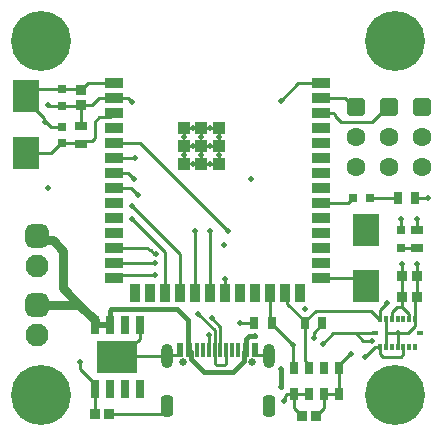
<source format=gtl>
G04*
G04 #@! TF.GenerationSoftware,Altium Limited,Altium Designer,24.1.2 (44)*
G04*
G04 Layer_Physical_Order=1*
G04 Layer_Color=255*
%FSLAX25Y25*%
%MOIN*%
G70*
G04*
G04 #@! TF.SameCoordinates,BB4A674F-8819-4941-915F-785A2CCA7B01*
G04*
G04*
G04 #@! TF.FilePolarity,Positive*
G04*
G01*
G75*
%ADD16R,0.03543X0.05906*%
%ADD17R,0.05906X0.03543*%
%ADD18R,0.03937X0.03937*%
%ADD19R,0.08661X0.11024*%
%ADD20R,0.02362X0.04528*%
%ADD21R,0.01181X0.04528*%
%ADD22R,0.03937X0.03150*%
%ADD23R,0.03150X0.03150*%
%ADD24R,0.13386X0.10669*%
%ADD25R,0.02559X0.06004*%
%ADD26R,0.03740X0.03740*%
%ADD27R,0.03740X0.03740*%
G04:AMPARAMS|DCode=28|XSize=29.92mil|YSize=26mil|CornerRadius=3.25mil|HoleSize=0mil|Usage=FLASHONLY|Rotation=180.000|XOffset=0mil|YOffset=0mil|HoleType=Round|Shape=RoundedRectangle|*
%AMROUNDEDRECTD28*
21,1,0.02992,0.01950,0,0,180.0*
21,1,0.02342,0.02600,0,0,180.0*
1,1,0.00650,-0.01171,0.00975*
1,1,0.00650,0.01171,0.00975*
1,1,0.00650,0.01171,-0.00975*
1,1,0.00650,-0.01171,-0.00975*
%
%ADD28ROUNDEDRECTD28*%
%ADD29R,0.03150X0.03937*%
%ADD30R,0.03150X0.03150*%
G04:AMPARAMS|DCode=31|XSize=13.78mil|YSize=22.84mil|CornerRadius=3.45mil|HoleSize=0mil|Usage=FLASHONLY|Rotation=180.000|XOffset=0mil|YOffset=0mil|HoleType=Round|Shape=RoundedRectangle|*
%AMROUNDEDRECTD31*
21,1,0.01378,0.01595,0,0,180.0*
21,1,0.00689,0.02284,0,0,180.0*
1,1,0.00689,-0.00345,0.00797*
1,1,0.00689,0.00345,0.00797*
1,1,0.00689,0.00345,-0.00797*
1,1,0.00689,-0.00345,-0.00797*
%
%ADD31ROUNDEDRECTD31*%
G04:AMPARAMS|DCode=32|XSize=13.78mil|YSize=22.84mil|CornerRadius=3.45mil|HoleSize=0mil|Usage=FLASHONLY|Rotation=270.000|XOffset=0mil|YOffset=0mil|HoleType=Round|Shape=RoundedRectangle|*
%AMROUNDEDRECTD32*
21,1,0.01378,0.01595,0,0,270.0*
21,1,0.00689,0.02284,0,0,270.0*
1,1,0.00689,-0.00797,-0.00345*
1,1,0.00689,-0.00797,0.00345*
1,1,0.00689,0.00797,0.00345*
1,1,0.00689,0.00797,-0.00345*
%
%ADD32ROUNDEDRECTD32*%
G04:AMPARAMS|DCode=33|XSize=23.62mil|YSize=43.31mil|CornerRadius=2.36mil|HoleSize=0mil|Usage=FLASHONLY|Rotation=180.000|XOffset=0mil|YOffset=0mil|HoleType=Round|Shape=RoundedRectangle|*
%AMROUNDEDRECTD33*
21,1,0.02362,0.03858,0,0,180.0*
21,1,0.01890,0.04331,0,0,180.0*
1,1,0.00472,-0.00945,0.01929*
1,1,0.00472,0.00945,0.01929*
1,1,0.00472,0.00945,-0.01929*
1,1,0.00472,-0.00945,-0.01929*
%
%ADD33ROUNDEDRECTD33*%
%ADD59C,0.01000*%
%ADD60C,0.01500*%
%ADD61C,0.03000*%
%ADD62C,0.02000*%
%ADD63C,0.02000*%
G04:AMPARAMS|DCode=64|XSize=70.87mil|YSize=39.37mil|CornerRadius=9.84mil|HoleSize=0mil|Usage=FLASHONLY|Rotation=90.000|XOffset=0mil|YOffset=0mil|HoleType=Round|Shape=RoundedRectangle|*
%AMROUNDEDRECTD64*
21,1,0.07087,0.01968,0,0,90.0*
21,1,0.05118,0.03937,0,0,90.0*
1,1,0.01968,0.00984,0.02559*
1,1,0.01968,0.00984,-0.02559*
1,1,0.01968,-0.00984,-0.02559*
1,1,0.01968,-0.00984,0.02559*
%
%ADD64ROUNDEDRECTD64*%
%ADD65O,0.03937X0.08268*%
%ADD66C,0.02559*%
G04:AMPARAMS|DCode=67|XSize=76.77mil|YSize=76.77mil|CornerRadius=19.19mil|HoleSize=0mil|Usage=FLASHONLY|Rotation=270.000|XOffset=0mil|YOffset=0mil|HoleType=Round|Shape=RoundedRectangle|*
%AMROUNDEDRECTD67*
21,1,0.07677,0.03839,0,0,270.0*
21,1,0.03839,0.07677,0,0,270.0*
1,1,0.03839,-0.01919,-0.01919*
1,1,0.03839,-0.01919,0.01919*
1,1,0.03839,0.01919,0.01919*
1,1,0.03839,0.01919,-0.01919*
%
%ADD67ROUNDEDRECTD67*%
%ADD68C,0.07677*%
G04:AMPARAMS|DCode=69|XSize=62.99mil|YSize=62.99mil|CornerRadius=15.75mil|HoleSize=0mil|Usage=FLASHONLY|Rotation=270.000|XOffset=0mil|YOffset=0mil|HoleType=Round|Shape=RoundedRectangle|*
%AMROUNDEDRECTD69*
21,1,0.06299,0.03150,0,0,270.0*
21,1,0.03150,0.06299,0,0,270.0*
1,1,0.03150,-0.01575,-0.01575*
1,1,0.03150,-0.01575,0.01575*
1,1,0.03150,0.01575,0.01575*
1,1,0.03150,0.01575,-0.01575*
%
%ADD69ROUNDEDRECTD69*%
%ADD70C,0.06299*%
%ADD71C,0.20000*%
D16*
X101500Y49000D02*
D03*
X96500D02*
D03*
X91500D02*
D03*
X86500D02*
D03*
X81500D02*
D03*
X76500D02*
D03*
X71500D02*
D03*
X66500D02*
D03*
X61500D02*
D03*
X56500D02*
D03*
X51500D02*
D03*
X46500D02*
D03*
D17*
X108449Y118921D02*
D03*
Y113921D02*
D03*
Y108921D02*
D03*
Y103921D02*
D03*
Y98921D02*
D03*
Y93921D02*
D03*
Y88921D02*
D03*
Y83921D02*
D03*
Y78921D02*
D03*
Y73921D02*
D03*
Y68921D02*
D03*
Y63921D02*
D03*
Y58921D02*
D03*
Y53921D02*
D03*
X39551D02*
D03*
Y58921D02*
D03*
Y63921D02*
D03*
Y68921D02*
D03*
Y73921D02*
D03*
Y78921D02*
D03*
Y83921D02*
D03*
Y88921D02*
D03*
Y93921D02*
D03*
Y98921D02*
D03*
Y103921D02*
D03*
Y108921D02*
D03*
Y113921D02*
D03*
Y118921D02*
D03*
D18*
X74551Y103764D02*
D03*
X68646D02*
D03*
X62740D02*
D03*
X74551Y91953D02*
D03*
X68646D02*
D03*
X62740D02*
D03*
X74551Y97858D02*
D03*
X62740D02*
D03*
X68646D02*
D03*
D19*
X123500Y69949D02*
D03*
Y51051D02*
D03*
X10000Y95551D02*
D03*
Y114449D02*
D03*
D20*
X61402Y30039D02*
D03*
X86598D02*
D03*
X64551D02*
D03*
X83449D02*
D03*
D21*
X74984D02*
D03*
X73016D02*
D03*
X76953D02*
D03*
X78921D02*
D03*
X80890D02*
D03*
X71047D02*
D03*
X69079D02*
D03*
X67110D02*
D03*
D22*
X140500Y64047D02*
D03*
Y69953D02*
D03*
X28500Y98547D02*
D03*
Y104453D02*
D03*
D23*
X135000Y64047D02*
D03*
Y69953D02*
D03*
D24*
X40500Y27500D02*
D03*
D25*
X33000Y38177D02*
D03*
X38000D02*
D03*
X43000D02*
D03*
X48000D02*
D03*
Y16823D02*
D03*
X43000D02*
D03*
X38000D02*
D03*
X33000D02*
D03*
D26*
X33039Y8500D02*
D03*
X37961D02*
D03*
X135539Y47500D02*
D03*
X140461D02*
D03*
X102039Y8000D02*
D03*
X106961D02*
D03*
X135539Y54500D02*
D03*
X140461D02*
D03*
D27*
X28500Y116461D02*
D03*
Y111539D02*
D03*
D28*
X22000Y111244D02*
D03*
Y116756D02*
D03*
Y98744D02*
D03*
Y104256D02*
D03*
D29*
X134047Y80500D02*
D03*
X139953D02*
D03*
X92000Y39000D02*
D03*
X86094D02*
D03*
X103047D02*
D03*
X108953D02*
D03*
D30*
X119047Y80500D02*
D03*
X124953D02*
D03*
D31*
X139906Y30933D02*
D03*
X137937D02*
D03*
X135968D02*
D03*
X134000D02*
D03*
X132032D02*
D03*
X130063D02*
D03*
X128094D02*
D03*
Y40067D02*
D03*
X130063D02*
D03*
X132032D02*
D03*
X134000D02*
D03*
X135968D02*
D03*
X137937D02*
D03*
X139906D02*
D03*
D32*
X126480Y35500D02*
D03*
X141520D02*
D03*
D33*
X99618Y23831D02*
D03*
X104539D02*
D03*
X109461D02*
D03*
X114382D02*
D03*
Y15169D02*
D03*
X109461D02*
D03*
X104539D02*
D03*
X99618D02*
D03*
D59*
X120000Y35500D02*
X126480D01*
X112500D02*
X120000D01*
X122500Y33000D01*
X125500D01*
X128094Y40520D02*
Y43095D01*
Y40067D02*
Y40520D01*
Y43095D02*
X130500Y45500D01*
X123000Y27500D02*
X126433Y30933D01*
X128094D01*
X132032Y42469D02*
X133693Y44130D01*
X135539D01*
X132032Y40067D02*
Y42469D01*
X133782Y35500D02*
X137500D01*
X130063D02*
X133782D01*
X134000Y30933D02*
Y35282D01*
X133782Y35500D02*
X134000Y35282D01*
X139906Y37905D02*
Y40067D01*
X137500Y35500D02*
X139906Y37905D01*
X51863Y63096D02*
X52959Y62000D01*
X51326Y63096D02*
X51863D01*
X52959Y62000D02*
X53500D01*
X50500Y63921D02*
X51326Y63096D01*
X45500Y73500D02*
X56500Y62500D01*
X61500Y49000D02*
Y62000D01*
X45500Y78000D02*
X61500Y62000D01*
X56500Y49000D02*
Y62500D01*
X45079Y83921D02*
X47500Y81500D01*
X39551Y83921D02*
X45079D01*
X39551Y63921D02*
X50500D01*
X40630Y55000D02*
X53000D01*
X39630Y59000D02*
X53000D01*
X96383Y14383D02*
X97169Y15169D01*
X96000Y13000D02*
X96383Y13383D01*
Y14383D01*
X67500Y42000D02*
X73016Y36484D01*
Y30039D02*
Y36484D01*
X95000Y113000D02*
X100921Y118921D01*
X108449D01*
X44079Y113921D02*
X45500Y112500D01*
X39551Y113921D02*
X44079D01*
X17756Y111244D02*
X22000D01*
X17500Y111500D02*
X17756Y111244D01*
X18645Y104256D02*
X22000D01*
X16901Y106000D02*
X18645Y104256D01*
X16500Y106000D02*
X16901D01*
X16213Y106287D02*
Y107055D01*
X10000Y113268D02*
Y114449D01*
Y113268D02*
X16213Y107055D01*
Y106287D02*
X16500Y106000D01*
X62740Y91953D02*
Y94906D01*
X68646Y97858D02*
X71598D01*
X74551D01*
X68646Y94906D02*
Y97858D01*
X74551D02*
Y100811D01*
Y103764D01*
X71598D02*
X74551D01*
X68646D02*
X71598D01*
X74551Y91953D02*
Y94906D01*
X71598Y91953D02*
X74551D01*
X68646D02*
X71598D01*
X65693D02*
X68646D01*
Y94906D01*
X62740Y97858D02*
X65693D01*
X68646D01*
Y100811D02*
Y103764D01*
X65693D02*
X68646D01*
X62740D02*
X65693D01*
X62740Y100811D02*
Y103764D01*
Y94906D02*
Y97858D01*
X28000Y23545D02*
Y26000D01*
Y23545D02*
X33000Y18545D01*
Y16823D02*
Y18545D01*
X81500Y39000D02*
X86094D01*
X106000Y35654D02*
X108953Y38606D01*
X106000Y34000D02*
Y35654D01*
X108953Y38606D02*
Y39000D01*
X97169Y15169D02*
X99618D01*
X114382Y24815D02*
X118067Y28500D01*
X118500D01*
X114382Y23831D02*
Y24815D01*
X139953Y80500D02*
X144000D01*
X140500Y69953D02*
Y73500D01*
X135000Y69953D02*
Y73500D01*
X140461Y58461D02*
X140500Y58500D01*
X135500D02*
X135539Y58461D01*
X140461Y54500D02*
Y58461D01*
X135539Y54500D02*
Y58461D01*
X140461Y47500D02*
Y54500D01*
X71500Y49000D02*
Y69500D01*
X92000Y38606D02*
X99000Y31606D01*
X39551Y93921D02*
X46421D01*
X46500Y94000D01*
X39551Y88921D02*
X44079D01*
X46000Y87000D01*
X39551Y98921D02*
X48079D01*
X77500Y69500D01*
X76500Y49000D02*
Y53500D01*
X66500Y49000D02*
Y69500D01*
X13681Y68000D02*
X15201Y66480D01*
X33000Y38177D02*
Y39900D01*
X42134Y27776D02*
X48000Y33642D01*
X42134Y27776D02*
X56992D01*
X40776D02*
X42134D01*
X40500Y27500D02*
X40776Y27776D01*
X73000Y25586D02*
X73586Y25000D01*
X73000Y25586D02*
Y30007D01*
X73586Y25000D02*
X76367D01*
X72992Y30015D02*
X73000Y30007D01*
X72992Y30015D02*
X73016Y30039D01*
X64551D02*
X65232Y29358D01*
X82776Y29366D02*
X83449Y30039D01*
X64000Y30591D02*
X64551Y30039D01*
X135968Y28468D02*
Y30933D01*
X135000Y27500D02*
X135968Y28468D01*
X129000Y27500D02*
X135000D01*
X128094Y28405D02*
Y30933D01*
Y28405D02*
X129000Y27500D01*
X132032Y40067D02*
X132220Y39878D01*
X130063Y35500D02*
Y40067D01*
Y30933D02*
Y35500D01*
X137748Y40256D02*
X137937Y40067D01*
X135539Y47500D02*
Y54500D01*
X139906Y46945D02*
X140461Y47500D01*
X139906Y40067D02*
Y46945D01*
X135539Y44130D02*
X137748Y41921D01*
Y40256D02*
Y41921D01*
X135539Y44130D02*
Y47500D01*
X103047Y39394D02*
X106653Y43000D01*
X127453Y40709D02*
X127905D01*
X125161Y43000D02*
X127453Y40709D01*
X106653Y43000D02*
X125161D01*
X127905Y40709D02*
X128094Y40520D01*
X109000Y32000D02*
X112500Y35500D01*
X103047Y26307D02*
X104520Y24835D01*
Y23850D02*
Y24835D01*
X103047Y26307D02*
Y39000D01*
X109461Y10500D02*
Y15169D01*
X106961Y8000D02*
X109461Y10500D01*
X99618Y10421D02*
Y15169D01*
Y10421D02*
X102039Y8000D01*
X114382Y15169D02*
Y23831D01*
X109461Y15169D02*
X114382D01*
X99618D02*
X104539D01*
X99000Y24449D02*
Y31606D01*
X92000Y38606D02*
Y39000D01*
X99000Y24449D02*
X99618Y23831D01*
X97308Y45133D02*
X103047Y39394D01*
X96500Y49000D02*
X97308Y48192D01*
Y45133D02*
Y48192D01*
X103047Y39000D02*
Y39394D01*
X91500Y39500D02*
Y49000D01*
Y39500D02*
X92000Y39000D01*
X56992Y10006D02*
Y11319D01*
X37961Y8500D02*
X55486D01*
X56992Y10006D01*
X33000Y8539D02*
Y16823D01*
Y8539D02*
X33039Y8500D01*
X48000Y33642D02*
Y38177D01*
X86598Y28957D02*
X87279Y28276D01*
X90508D01*
X91008Y27776D01*
X86598Y28957D02*
Y30039D01*
X60720Y28276D02*
X61402Y28957D01*
X57492Y28276D02*
X60720D01*
X56992Y27776D02*
X57492Y28276D01*
X61402Y28957D02*
Y30039D01*
X28500Y104453D02*
Y111539D01*
X28205Y111244D02*
X28500Y111539D01*
X22000Y111244D02*
X28205D01*
X34421Y113921D02*
X39551D01*
X32039Y111539D02*
X34421Y113921D01*
X28500Y111539D02*
X32039D01*
X30961Y118921D02*
X39551D01*
X28500Y116461D02*
X30961Y118921D01*
X28205Y116756D02*
X28500Y116461D01*
X22000Y116756D02*
X28205D01*
X10000Y114449D02*
X12307Y116756D01*
X22000D01*
X21804Y98744D02*
X22000D01*
X10000Y95551D02*
X18611D01*
X21804Y98744D01*
X22000D02*
X28303D01*
X28500Y98547D01*
X29575Y99622D01*
X32122D01*
X33000Y100500D01*
Y106000D01*
X34650Y107650D01*
X38280D02*
X39551Y108921D01*
X34650Y107650D02*
X38280D01*
X108449Y53921D02*
X120630D01*
X123500Y51051D01*
X135000Y64047D02*
X140500D01*
X124953Y80500D02*
X134047D01*
X108449Y78921D02*
X117469D01*
X119047Y80500D01*
X125500Y106000D02*
X130500Y111000D01*
X131000D01*
X116000Y106000D02*
X125500D01*
X113000Y108000D02*
X115086Y105914D01*
X115914D01*
X116000Y106000D01*
X108528Y109000D02*
X112414D01*
X113000Y108414D01*
Y108000D02*
Y108414D01*
X108449Y108921D02*
X108528Y109000D01*
X116497Y113921D02*
X119418Y111000D01*
X120000D01*
X108449Y113921D02*
X116497D01*
X39551Y53921D02*
X40630Y55000D01*
X39551Y58921D02*
X39630Y59000D01*
X71000Y30087D02*
X71047Y30039D01*
X71000Y30087D02*
Y35000D01*
X76367Y25000D02*
X76953Y25586D01*
Y30039D01*
X72000Y40500D02*
X74984Y37516D01*
Y30039D02*
Y37516D01*
D60*
X83449Y30039D02*
Y33449D01*
X84500Y34500D02*
X86500D01*
X83449Y33449D02*
X84500Y34500D01*
X95000Y17500D02*
Y23500D01*
X38000Y38177D02*
Y42914D01*
X38586Y43500D01*
X60500D01*
X65232Y26768D02*
X69500Y22500D01*
X79000D01*
X65232Y26768D02*
Y29358D01*
X82776Y26276D02*
Y29366D01*
X79000Y22500D02*
X82776Y26276D01*
X64000Y30591D02*
Y40000D01*
X60500Y43500D02*
X64000Y40000D01*
D61*
X27900Y45000D02*
X33000Y39900D01*
X22500Y50400D02*
X27900Y45000D01*
X15201Y66480D02*
X19020D01*
X22500Y63000D01*
Y50400D02*
Y63000D01*
X13681Y45000D02*
X27900D01*
D62*
X33000Y38177D02*
X38000D01*
D63*
X71598Y91953D02*
D03*
X65693D02*
D03*
X71598Y97858D02*
D03*
X65693D02*
D03*
X71598Y103764D02*
D03*
X65693D02*
D03*
X74551Y94906D02*
D03*
X68646D02*
D03*
X62740D02*
D03*
X74551Y100811D02*
D03*
X62740D02*
D03*
X68646D02*
D03*
X134000Y35500D02*
D03*
X130500Y45500D02*
D03*
X125500Y33000D02*
D03*
X123000Y27500D02*
D03*
X53500Y62000D02*
D03*
X45500Y73500D02*
D03*
Y78000D02*
D03*
X47500Y81500D02*
D03*
X53000Y55000D02*
D03*
Y59000D02*
D03*
X96000Y13000D02*
D03*
X86500Y34500D02*
D03*
X67500Y42000D02*
D03*
X95000Y113000D02*
D03*
X76000Y65000D02*
D03*
X17500Y84000D02*
D03*
X45500Y112500D02*
D03*
X17500Y111500D02*
D03*
X16500Y106000D02*
D03*
X85000Y87000D02*
D03*
X28000Y26000D02*
D03*
X81500Y39000D02*
D03*
X106000Y34000D02*
D03*
X103000Y43500D02*
D03*
X118500Y28500D02*
D03*
X135000Y73500D02*
D03*
X140500D02*
D03*
X144000Y80500D02*
D03*
X135520Y58480D02*
D03*
X140500Y58500D02*
D03*
X71500Y69500D02*
D03*
X99000Y31606D02*
D03*
X95000Y23500D02*
D03*
Y17500D02*
D03*
X46500Y94000D02*
D03*
X46000Y87000D02*
D03*
X76500Y53500D02*
D03*
X77500Y69500D02*
D03*
X66500D02*
D03*
X109000Y32000D02*
D03*
X71000Y35000D02*
D03*
X72000Y40500D02*
D03*
D64*
X56992Y11319D02*
D03*
X91008D02*
D03*
D65*
X56992Y27776D02*
D03*
X91008D02*
D03*
D66*
X85378Y25807D02*
D03*
X62622D02*
D03*
D67*
X13681Y45000D02*
D03*
Y68000D02*
D03*
D68*
Y35000D02*
D03*
Y58000D02*
D03*
D69*
X142000Y111000D02*
D03*
X120000D02*
D03*
X131000D02*
D03*
D70*
X142000Y101000D02*
D03*
Y91000D02*
D03*
X120000D02*
D03*
Y101000D02*
D03*
X131000Y91000D02*
D03*
Y101000D02*
D03*
D71*
X133000Y15000D02*
D03*
Y133000D02*
D03*
X15000Y15000D02*
D03*
Y133000D02*
D03*
M02*

</source>
